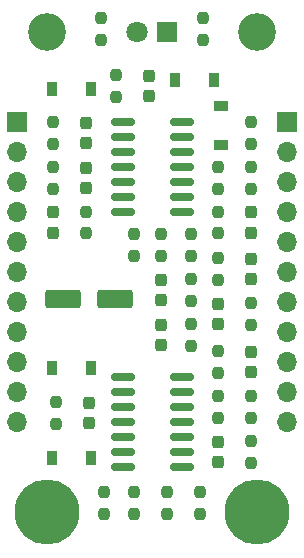
<source format=gbr>
%TF.GenerationSoftware,KiCad,Pcbnew,(6.0.9-0)*%
%TF.CreationDate,2024-06-20T10:44:05+02:00*%
%TF.ProjectId,follower-board,666f6c6c-6f77-4657-922d-626f6172642e,rev?*%
%TF.SameCoordinates,Original*%
%TF.FileFunction,Soldermask,Top*%
%TF.FilePolarity,Negative*%
%FSLAX46Y46*%
G04 Gerber Fmt 4.6, Leading zero omitted, Abs format (unit mm)*
G04 Created by KiCad (PCBNEW (6.0.9-0)) date 2024-06-20 10:44:05*
%MOMM*%
%LPD*%
G01*
G04 APERTURE LIST*
G04 Aperture macros list*
%AMRoundRect*
0 Rectangle with rounded corners*
0 $1 Rounding radius*
0 $2 $3 $4 $5 $6 $7 $8 $9 X,Y pos of 4 corners*
0 Add a 4 corners polygon primitive as box body*
4,1,4,$2,$3,$4,$5,$6,$7,$8,$9,$2,$3,0*
0 Add four circle primitives for the rounded corners*
1,1,$1+$1,$2,$3*
1,1,$1+$1,$4,$5*
1,1,$1+$1,$6,$7*
1,1,$1+$1,$8,$9*
0 Add four rect primitives between the rounded corners*
20,1,$1+$1,$2,$3,$4,$5,0*
20,1,$1+$1,$4,$5,$6,$7,0*
20,1,$1+$1,$6,$7,$8,$9,0*
20,1,$1+$1,$8,$9,$2,$3,0*%
G04 Aperture macros list end*
%ADD10RoundRect,0.237500X-0.237500X0.250000X-0.237500X-0.250000X0.237500X-0.250000X0.237500X0.250000X0*%
%ADD11R,0.900000X1.200000*%
%ADD12RoundRect,0.237500X-0.237500X0.300000X-0.237500X-0.300000X0.237500X-0.300000X0.237500X0.300000X0*%
%ADD13RoundRect,0.237500X0.237500X-0.250000X0.237500X0.250000X-0.237500X0.250000X-0.237500X-0.250000X0*%
%ADD14RoundRect,0.237500X0.237500X-0.300000X0.237500X0.300000X-0.237500X0.300000X-0.237500X-0.300000X0*%
%ADD15C,3.200000*%
%ADD16RoundRect,0.150000X-0.825000X-0.150000X0.825000X-0.150000X0.825000X0.150000X-0.825000X0.150000X0*%
%ADD17R,1.800000X1.800000*%
%ADD18C,1.800000*%
%ADD19C,5.500000*%
%ADD20RoundRect,0.250000X1.250000X0.550000X-1.250000X0.550000X-1.250000X-0.550000X1.250000X-0.550000X0*%
%ADD21R,1.200000X0.900000*%
%ADD22R,1.700000X1.700000*%
%ADD23O,1.700000X1.700000*%
G04 APERTURE END LIST*
D10*
%TO.C,R9*%
X65532000Y-64111500D03*
X65532000Y-65936500D03*
%TD*%
D11*
%TO.C,D2*%
X64136000Y-47244000D03*
X67436000Y-47244000D03*
%TD*%
D10*
%TO.C,R12*%
X67818000Y-54613000D03*
X67818000Y-56438000D03*
%TD*%
D12*
%TO.C,C10*%
X56642000Y-54663000D03*
X56642000Y-56388000D03*
%TD*%
D10*
%TO.C,R18*%
X54102000Y-74525500D03*
X54102000Y-76350500D03*
%TD*%
D13*
%TO.C,R22*%
X70612000Y-75842500D03*
X70612000Y-74017500D03*
%TD*%
D14*
%TO.C,C9*%
X70612000Y-60145000D03*
X70612000Y-58420000D03*
%TD*%
%TO.C,C13*%
X56896000Y-76300500D03*
X56896000Y-74575500D03*
%TD*%
D13*
%TO.C,R1*%
X53848000Y-56438000D03*
X53848000Y-54613000D03*
%TD*%
D10*
%TO.C,R16*%
X70612000Y-50803000D03*
X70612000Y-52628000D03*
%TD*%
D14*
%TO.C,C7*%
X67818000Y-67918500D03*
X67818000Y-66193500D03*
%TD*%
D12*
%TO.C,C6*%
X62992000Y-67971500D03*
X62992000Y-69696500D03*
%TD*%
D10*
%TO.C,R6*%
X62992000Y-60301500D03*
X62992000Y-62126500D03*
%TD*%
D11*
%TO.C,D1*%
X57022000Y-48006000D03*
X53722000Y-48006000D03*
%TD*%
D10*
%TO.C,R20*%
X60706000Y-82145500D03*
X60706000Y-83970500D03*
%TD*%
D14*
%TO.C,C5*%
X62992000Y-65886500D03*
X62992000Y-64161500D03*
%TD*%
D15*
%TO.C,H2*%
X53340000Y-43180000D03*
%TD*%
D16*
%TO.C,U1*%
X59755000Y-50800000D03*
X59755000Y-52070000D03*
X59755000Y-53340000D03*
X59755000Y-54610000D03*
X59755000Y-55880000D03*
X59755000Y-57150000D03*
X59755000Y-58420000D03*
X64705000Y-58420000D03*
X64705000Y-57150000D03*
X64705000Y-55880000D03*
X64705000Y-54610000D03*
X64705000Y-53340000D03*
X64705000Y-52070000D03*
X64705000Y-50800000D03*
%TD*%
D10*
%TO.C,R15*%
X66548000Y-42013500D03*
X66548000Y-43838500D03*
%TD*%
D11*
%TO.C,D6*%
X53722000Y-79248000D03*
X57022000Y-79248000D03*
%TD*%
D10*
%TO.C,R14*%
X70612000Y-66143500D03*
X70612000Y-67968500D03*
%TD*%
D12*
%TO.C,C4*%
X53848000Y-58423000D03*
X53848000Y-60148000D03*
%TD*%
D13*
%TO.C,R25*%
X67818000Y-72032500D03*
X67818000Y-70207500D03*
%TD*%
D17*
%TO.C,D3*%
X63500000Y-43180000D03*
D18*
X60960000Y-43180000D03*
%TD*%
D13*
%TO.C,R11*%
X67818000Y-64158500D03*
X67818000Y-62333500D03*
%TD*%
D10*
%TO.C,R4*%
X57912000Y-42013500D03*
X57912000Y-43838500D03*
%TD*%
D16*
%TO.C,U2*%
X59755000Y-72390000D03*
X59755000Y-73660000D03*
X59755000Y-74930000D03*
X59755000Y-76200000D03*
X59755000Y-77470000D03*
X59755000Y-78740000D03*
X59755000Y-80010000D03*
X64705000Y-80010000D03*
X64705000Y-78740000D03*
X64705000Y-77470000D03*
X64705000Y-76200000D03*
X64705000Y-74930000D03*
X64705000Y-73660000D03*
X64705000Y-72390000D03*
%TD*%
D10*
%TO.C,R19*%
X58166000Y-82145500D03*
X58166000Y-83970500D03*
%TD*%
%TO.C,R13*%
X67818000Y-58373000D03*
X67818000Y-60198000D03*
%TD*%
D19*
%TO.C,H3*%
X71120000Y-83820000D03*
%TD*%
D10*
%TO.C,R26*%
X63500000Y-82145500D03*
X63500000Y-83970500D03*
%TD*%
D11*
%TO.C,D5*%
X53722000Y-71628000D03*
X57022000Y-71628000D03*
%TD*%
D19*
%TO.C,H1*%
X53340000Y-83820000D03*
%TD*%
D10*
%TO.C,R8*%
X65532000Y-60301500D03*
X65532000Y-62126500D03*
%TD*%
D13*
%TO.C,R24*%
X67818000Y-75842500D03*
X67818000Y-74017500D03*
%TD*%
%TO.C,R10*%
X65532000Y-69746500D03*
X65532000Y-67921500D03*
%TD*%
D20*
%TO.C,C1*%
X59096000Y-65786000D03*
X54696000Y-65786000D03*
%TD*%
D13*
%TO.C,R5*%
X60706000Y-62126500D03*
X60706000Y-60301500D03*
%TD*%
%TO.C,R23*%
X66294000Y-83970500D03*
X66294000Y-82145500D03*
%TD*%
%TO.C,R2*%
X53848000Y-52628000D03*
X53848000Y-50803000D03*
%TD*%
%TO.C,R17*%
X70612000Y-56438000D03*
X70612000Y-54613000D03*
%TD*%
D10*
%TO.C,R21*%
X70612000Y-77827500D03*
X70612000Y-79652500D03*
%TD*%
D15*
%TO.C,H4*%
X71120000Y-43180000D03*
%TD*%
D12*
%TO.C,C3*%
X61976000Y-46889500D03*
X61976000Y-48614500D03*
%TD*%
D14*
%TO.C,C12*%
X70612000Y-71982500D03*
X70612000Y-70257500D03*
%TD*%
%TO.C,C8*%
X70612000Y-64108500D03*
X70612000Y-62383500D03*
%TD*%
D13*
%TO.C,R3*%
X59182000Y-48664500D03*
X59182000Y-46839500D03*
%TD*%
D21*
%TO.C,D4*%
X68072000Y-49404000D03*
X68072000Y-52704000D03*
%TD*%
D12*
%TO.C,C11*%
X67818000Y-77877500D03*
X67818000Y-79602500D03*
%TD*%
D10*
%TO.C,R7*%
X56642000Y-58373000D03*
X56642000Y-60198000D03*
%TD*%
D14*
%TO.C,C2*%
X56642000Y-52578000D03*
X56642000Y-50853000D03*
%TD*%
D22*
%TO.C,J1*%
X50800000Y-50800000D03*
D23*
X50800000Y-53340000D03*
X50800000Y-55880000D03*
X50800000Y-58420000D03*
X50800000Y-60960000D03*
X50800000Y-63500000D03*
X50800000Y-66040000D03*
X50800000Y-68580000D03*
X50800000Y-71120000D03*
X50800000Y-73660000D03*
X50800000Y-76200000D03*
%TD*%
D22*
%TO.C,J2*%
X73660000Y-50800000D03*
D23*
X73660000Y-53340000D03*
X73660000Y-55880000D03*
X73660000Y-58420000D03*
X73660000Y-60960000D03*
X73660000Y-63500000D03*
X73660000Y-66040000D03*
X73660000Y-68580000D03*
X73660000Y-71120000D03*
X73660000Y-73660000D03*
X73660000Y-76200000D03*
%TD*%
M02*

</source>
